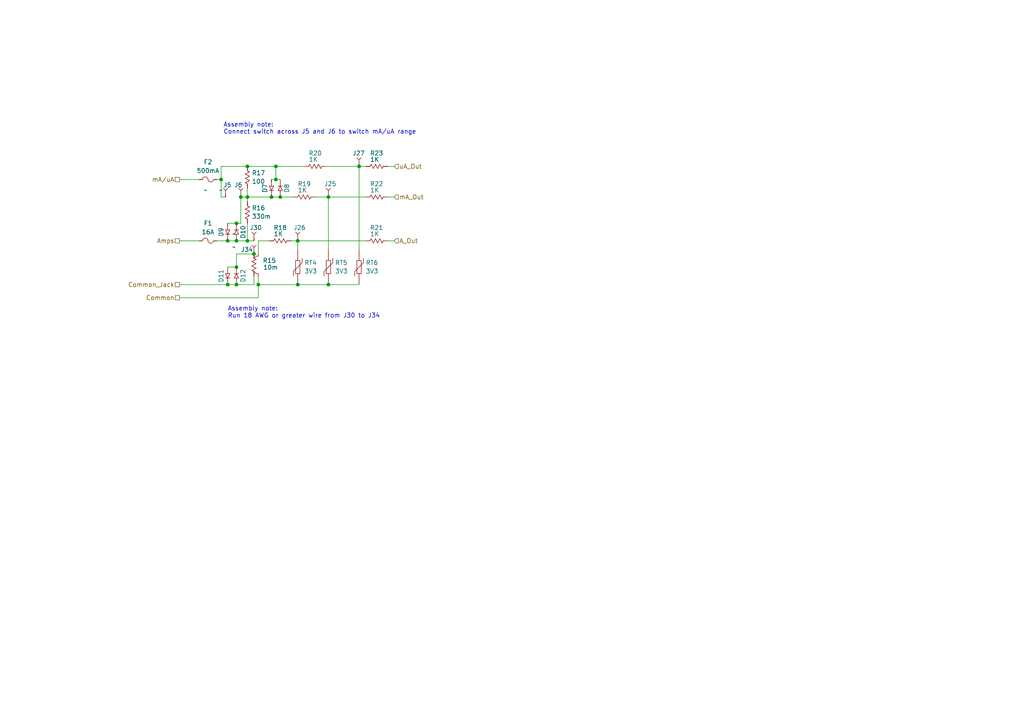
<source format=kicad_sch>
(kicad_sch (version 20231120) (generator "eeschema") (generator_version "8.0")
  (paper "A4")
  (lib_symbols
    (symbol "AADuffy:1N4007FL" (pin_names (offset 1.27))
      (property "Reference" "D" (at -2.54 1.27 0))
      (symbol "1N4007FL_0_1"
        (polyline (pts (xy -0.635 0) (xy -1.905 0)))
        (polyline (pts (xy 0.635 0) (xy 1.905 0)))
        (polyline (pts (xy 0.635 0.635) (xy 0.635 -0.635)))
        (polyline (pts (xy -0.635 0.635) (xy -0.635 -0.635) (xy 0.635 0) (xy -0.635 0.635)))
      )
      (symbol "1N4007FL_1_1"
        (pin passive line (at -2.54 0 0) (length 0.635) (name "A") (number "1"))
        (pin passive line (at 2.54 0 180) (length 0.635) (name "K") (number "2"))
      )
    )
    (symbol "AADuffy:4Pin_Resistor_2512"
      (property "Reference" "R" (at -2.54 0.9525 0))
      (symbol "4Pin_Resistor_2512_0_1"
        (polyline (pts (xy -3.81 -1.27) (xy -3.175 -1.27) (xy -3.175 -0.635) (xy -2.54 0)))
        (polyline (pts (xy 1.27 0) (xy 1.905 -0.635) (xy 1.905 -1.27) (xy 2.54 -1.27)))
        (polyline (pts (xy -2.54 0) (xy -2.2225 0.635) (xy -1.5875 -0.635) (xy -0.9525 0.635) (xy -0.3175 -0.635) (xy 0.3175 0.635) (xy 0.9525 -0.635) (xy 1.27 0) (xy 1.27 0)))
      )
      (symbol "4Pin_Resistor_2512_1_1"
        (pin passive line (at -3.81 0 0) (length 1.27) (name "1") (number "1"))
        (pin passive line (at 2.54 0 180) (length 1.27) (name "2") (number "2"))
        (pin passive line (at -3.81 -1.27 0) (length 0) (name "3") (number "3"))
        (pin passive line (at 2.54 -1.27 180) (length 0) (name "4") (number "4"))
      )
    )
    (symbol "AADuffy:FC-102_BRIGHT_TIN" (pin_numbers hide) (pin_names (offset 1.27) hide)
      (property "Reference" "F" (at -2.2225 1.27 0))
      (property "Value" "16A" (at -2.2225 -2.54 0))
      (symbol "FC-102_BRIGHT_TIN_0_1"
        (arc (start 0 0) (mid -0.7938 0.7785) (end -1.5875 0))
        (polyline (pts (xy -1.5875 0) (xy -1.905 0)))
        (polyline (pts (xy 1.905 0) (xy 1.5875 0)))
        (arc (start 0 0) (mid 0.7938 -0.7031) (end 1.5875 0))
      )
      (symbol "FC-102_BRIGHT_TIN_1_1"
        (pin passive line (at -2.54 0 0) (length 0.635) (name "1") (number "1"))
        (pin passive line (at 2.54 0 180) (length 0.635) (name "2") (number "2"))
      )
    )
    (symbol "AADuffy:Header_Pin_01x01" (pin_names (offset 1.27))
      (property "Reference" "J" (at 0.635 2.54 0))
      (symbol "Header_Pin_01x01_0_1"
        (polyline (pts (xy 0 1.905) (xy 0.635 2.54)))
        (polyline (pts (xy 0 0.635) (xy 0 1.905) (xy -0.635 2.54)))
      )
      (symbol "Header_Pin_01x01_1_1"
        (pin passive line (at 0 0 90) (length 0.635) (name "1") (number "1"))
      )
    )
    (symbol "AADuffy:MOV_0603" (pin_names (offset 1.27))
      (property "Reference" "RV" (at -3.175 1.905 0))
      (symbol "MOV_0603_0_1"
        (polyline (pts (xy -3.81 0) (xy -1.905 0)))
        (polyline (pts (xy 1.905 0) (xy 3.81 0)))
        (polyline (pts (xy -2.54 1.27) (xy -1.27 1.27) (xy 1.27 -1.27) (xy 2.54 -1.27)))
        (polyline (pts (xy -1.905 0.635) (xy -1.905 -0.635) (xy 1.905 -0.635) (xy 1.905 0.635) (xy -1.905 0.635)))
      )
      (symbol "MOV_0603_1_1"
        (pin passive line (at -5.08 0 0) (length 1.27) (name "1") (number "1"))
        (pin passive line (at 5.08 0 180) (length 1.27) (name "2") (number "2"))
      )
    )
    (symbol "AADuffy:Resistor"
      (property "Reference" "R" (at -2.54 0.9525 0))
      (symbol "Resistor_0_1"
        (polyline (pts (xy -2.54 0) (xy -2.2225 0.635) (xy -1.5875 -0.635) (xy -0.9525 0.635) (xy -0.3175 -0.635) (xy 0.3175 0.635) (xy 0.9525 -0.635) (xy 1.27 0) (xy 1.27 0)))
      )
      (symbol "Resistor_1_1"
        (pin passive line (at -3.81 0 0) (length 1.27) (name "1") (number "1"))
        (pin passive line (at 2.54 0 180) (length 1.27) (name "2") (number "2"))
      )
    )
    (symbol "AADuffy:Test_Point_Square_30mil" (pin_names (offset 1.27))
      (property "Reference" "J" (at 0.635 2.54 0))
      (symbol "Test_Point_Square_30mil_0_1"
        (polyline (pts (xy 0 1.905) (xy 0.635 2.54)))
        (polyline (pts (xy 0 0.635) (xy 0 1.905) (xy -0.635 2.54)))
      )
      (symbol "Test_Point_Square_30mil_1_1"
        (pin passive line (at 0 0 90) (length 0.635) (name "1") (number "1"))
      )
    )
  )
  (junction (at 74.93 82.55))
  (junction (at 71.755 57.15))
  (junction (at 104.14 48.26))
  (junction (at 86.36 82.55))
  (junction (at 73.66 73.66))
  (junction (at 68.58 69.85))
  (junction (at 80.01 48.26))
  (junction (at 81.28 57.15))
  (junction (at 64.135 52.07))
  (junction (at 66.04 69.85))
  (junction (at 66.04 82.55))
  (junction (at 68.58 64.77))
  (junction (at 95.25 82.55))
  (junction (at 78.74 57.15))
  (junction (at 71.755 69.85))
  (junction (at 71.755 48.26))
  (junction (at 80.01 52.07))
  (junction (at 69.85 57.15))
  (junction (at 95.25 57.15))
  (junction (at 86.36 69.85))
  (junction (at 68.58 77.47))
  (junction (at 68.58 82.55))
  (wire (pts (xy 80.01 48.26) (xy 80.01 52.07)))
  (wire (pts (xy 69.85 64.77) (xy 68.58 64.77)))
  (wire (pts (xy 62.865 69.85) (xy 66.04 69.85)))
  (wire (pts (xy 68.58 73.66) (xy 73.66 73.66)))
  (wire (pts (xy 95.25 82.55) (xy 104.14 82.55)))
  (wire (pts (xy 78.74 57.15) (xy 81.28 57.15)))
  (wire (pts (xy 73.66 82.55) (xy 73.66 80.01)))
  (wire (pts (xy 71.755 64.77) (xy 71.755 69.85)))
  (wire (pts (xy 52.07 86.36) (xy 74.93 86.36)))
  (wire (pts (xy 104.14 48.26) (xy 106.045 48.26)))
  (wire (pts (xy 112.395 69.85) (xy 114.3 69.85)))
  (wire (pts (xy 74.93 80.01) (xy 74.93 82.55)))
  (wire (pts (xy 64.135 57.15) (xy 65.405 57.15)))
  (wire (pts (xy 66.04 69.85) (xy 68.58 69.85)))
  (wire (pts (xy 64.135 48.26) (xy 64.135 52.07)))
  (wire (pts (xy 80.01 48.26) (xy 88.265 48.26)))
  (wire (pts (xy 71.755 57.15) (xy 71.755 58.42)))
  (wire (pts (xy 69.85 64.77) (xy 69.85 57.15)))
  (wire (pts (xy 66.04 82.55) (xy 68.58 82.55)))
  (wire (pts (xy 71.755 48.26) (xy 64.135 48.26)))
  (wire (pts (xy 68.58 69.85) (xy 71.755 69.85)))
  (wire (pts (xy 106.045 57.15) (xy 95.25 57.15)))
  (wire (pts (xy 114.3 57.15) (xy 112.395 57.15)))
  (wire (pts (xy 86.36 69.85) (xy 86.36 72.39)))
  (wire (pts (xy 86.36 69.85) (xy 106.045 69.85)))
  (wire (pts (xy 74.93 86.36) (xy 74.93 82.55)))
  (wire (pts (xy 68.58 77.47) (xy 68.58 73.66)))
  (wire (pts (xy 62.865 52.07) (xy 64.135 52.07)))
  (wire (pts (xy 71.755 69.85) (xy 73.66 69.85)))
  (wire (pts (xy 74.93 69.85) (xy 78.105 69.85)))
  (wire (pts (xy 69.85 57.15) (xy 71.755 57.15)))
  (wire (pts (xy 66.04 77.47) (xy 68.58 77.47)))
  (wire (pts (xy 104.14 48.26) (xy 104.14 72.39)))
  (wire (pts (xy 52.07 82.55) (xy 66.04 82.55)))
  (wire (pts (xy 74.93 82.55) (xy 86.36 82.55)))
  (wire (pts (xy 94.615 48.26) (xy 104.14 48.26)))
  (wire (pts (xy 81.28 57.15) (xy 85.09 57.15)))
  (wire (pts (xy 64.135 52.07) (xy 64.135 57.15)))
  (wire (pts (xy 74.93 69.85) (xy 74.93 73.66)))
  (wire (pts (xy 78.74 52.07) (xy 80.01 52.07)))
  (wire (pts (xy 71.755 54.61) (xy 71.755 57.15)))
  (wire (pts (xy 86.36 82.55) (xy 95.25 82.55)))
  (wire (pts (xy 66.04 64.77) (xy 68.58 64.77)))
  (wire (pts (xy 95.25 57.15) (xy 95.25 72.39)))
  (wire (pts (xy 91.44 57.15) (xy 95.25 57.15)))
  (wire (pts (xy 84.455 69.85) (xy 86.36 69.85)))
  (wire (pts (xy 52.07 52.07) (xy 57.785 52.07)))
  (wire (pts (xy 52.07 69.85) (xy 57.785 69.85)))
  (wire (pts (xy 80.01 52.07) (xy 81.28 52.07)))
  (wire (pts (xy 112.395 48.26) (xy 114.3 48.26)))
  (wire (pts (xy 71.755 48.26) (xy 80.01 48.26)))
  (wire (pts (xy 68.58 82.55) (xy 73.66 82.55)))
  (wire (pts (xy 71.755 57.15) (xy 78.74 57.15)))
  (text "Assembly note: \nRun 18 AWG or greater wire from J30 to J34" (at 66.04 88.9 0) (effects (font (size 1.27 1.27)) (justify left top)))
  (text "Assembly note:\nConnect switch across J5 and J6 to switch mA/uA range" (at 64.77 35.56 0) (effects (font (size 1.27 1.27)) (justify left top)))
  (hierarchical_label "mA_Out" (shape input) (at 114.3 57.15 0))
  (hierarchical_label "mA{slash}uA" (shape passive) (at 52.07 52.07 180))
  (hierarchical_label "Common" (shape passive) (at 52.07 86.36 180))
  (hierarchical_label "A_Out" (shape input) (at 114.3 69.85 0))
  (hierarchical_label "uA_Out" (shape input) (at 114.3 48.26 0))
  (hierarchical_label "Common_Jack" (shape passive) (at 52.07 82.55 180))
  (hierarchical_label "Amps" (shape passive) (at 52.07 69.85 180))
  (symbol (lib_id "AADuffy:Test_Point_Square_30mil") (at 95.25 57.15 0) (unit 1)
    (property "Reference" "J25" (at 93.98 53.34 0) (effects (justify left)))
    (property "Footprint" "AADuffy:Test_Pad_30x30mil" (effects (hide yes)))
    (property "Supplier 1" "Digikey" (effects (hide yes)))
  )
  (symbol (lib_id "AADuffy:Resistor") (at 109.855 69.85 0) (unit 1)
    (property "Reference" "R21" (at 109.22 66.04 0))
    (property "Value" "1K" (at 107.315 68.58 0) (effects (justify left bottom)))
    (property "Footprint" "AADuffy:Resistor_0603" (effects (hide yes)))
    (property "Supplier 1" "Digikey" (effects (hide yes)))
  )
  (symbol (lib_id "AADuffy:4Pin_Resistor_2512") (at 73.66 76.2 90) (unit 1)
    (property "Reference" "R15" (at 76.2 75.565 90) (effects (justify right)))
    (property "Value" "10m" (at 80.645 76.835 90) (effects (justify left bottom)))
    (property "Footprint" "AADuffy:Resistor_2512_4Pin" (effects (hide yes)))
    (property "Supplier 1" "Digikey" (effects (hide yes)))
  )
  (symbol (lib_id "AADuffy:FC-102_BRIGHT_TIN") (at 60.325 69.85 0) (unit 1)
    (property "Reference" "F1" (at 60.325 64.77 0))
    (property "Value" "16A" (at 60.325 67.31 0))
    (property "Footprint" "AADuffy:FC-102_BRIGHT_TIN" (effects (hide yes)))
    (property "Datasheet" "https://www.belfuse.com/resources/datasheets/circuitprotection/ds-cp-0672-fuse-clips-series.pdf" (effects (hide yes)))
    (property "Description" "1/4\" Fuse Holder THT clip" (effects (hide yes)))
    (property "Manufacturer Part #" "FC-102  BRIGHT TIN" (effects (hide yes)))
    (property "Manufacturer" "Bel Fuse" (effects (hide yes)))
    (property "Supplier 1" "Digikey" (effects (hide yes)))
    (property "Supplier 1 Part #" "507-FC-102BRIGHTTIN-ND" (effects (hide yes)))
    (property "Supplier 1 Link" "https://www.digikey.com/en/products/detail/bel-fuse-inc/FC-102-BRIGHT-TIN/622585" (effects (hide yes)))
  )
  (symbol (lib_id "AADuffy:Resistor") (at 109.855 57.15 0) (unit 1)
    (property "Reference" "R22" (at 109.22 53.34 0))
    (property "Value" "1K" (at 107.315 55.88 0) (effects (justify left bottom)))
    (property "Footprint" "AADuffy:Resistor_0603" (effects (hide yes)))
    (property "Supplier 1" "Digikey" (effects (hide yes)))
  )
  (symbol (lib_id "AADuffy:Resistor") (at 71.755 52.07 270) (unit 1)
    (property "Reference" "R17" (at 73.025 50.165 90) (effects (justify left)))
    (property "Value" "100" (at 73.025 53.34 90) (effects (justify left bottom)))
    (property "Footprint" "AADuffy:Resistor_1206" (effects (hide yes)))
    (property "Supplier 1" "Digikey" (effects (hide yes)))
  )
  (symbol (lib_id "AADuffy:Resistor") (at 92.075 48.26 0) (unit 1)
    (property "Reference" "R20" (at 91.44 44.45 0))
    (property "Value" "1K" (at 89.535 46.99 0) (effects (justify left bottom)))
    (property "Footprint" "AADuffy:Resistor_0603" (effects (hide yes)))
    (property "Supplier 1" "Digikey" (effects (hide yes)))
  )
  (symbol (lib_id "AADuffy:Header_Pin_01x01") (at 73.66 69.85 0) (unit 1)
    (property "Reference" "J30" (at 72.39 66.04 0) (effects (justify left)))
    (property "Value" "~" (at 67.31 68.58 0) (effects (justify left bottom)))
    (property "Footprint" "AADuffy:Header_Pin_01x01" (effects (hide yes)))
    (property "Supplier 1" "Digikey" (effects (hide yes)))
  )
  (symbol (lib_id "AADuffy:MOV_0603") (at 104.14 77.47 270) (unit 1)
    (property "Reference" "RT6" (at 106.045 76.2 90) (effects (justify left)))
    (property "Value" "3V3" (at 106.045 79.375 90) (effects (justify left bottom)))
    (property "Footprint" "AADuffy:MOV_0603" (effects (hide yes)))
    (property "Supplier 1" "Digikey" (effects (hide yes)))
  )
  (symbol (lib_id "AADuffy:1N4007FL") (at 78.74 54.61 270) (unit 1)
    (property "Reference" "D7" (at 76.835 54.61 0))
    (property "Value" "1N4007FL" (effects (hide yes)))
    (property "Footprint" "AADuffy:1N4007FL" (effects (hide yes)))
    (property "Datasheet" "https://www.smc-diodes.com/propdf/1N4001FL-1N4007FL%20N1646%20REV.A.pdf" (effects (hide yes)))
    (property "Description" "DIODE GEN PURP 1KV 1A SOD123FL" (effects (hide yes)))
    (property "Manufacturer Part #" "1N4007FL" (effects (hide yes)))
    (property "Manufacturer" "SMC" (effects (hide yes)))
    (property "Supplier 1" "Digikey" (effects (hide yes)))
    (property "Supplier 1 Part #" "1655-1N4007FLCT-ND" (effects (hide yes)))
    (property "Supplier 1 Link" "https://www.digikey.com/en/products/detail/smc-diode-solutions/1N4007FL/11657817" (effects (hide yes)))
  )
  (symbol (lib_id "AADuffy:Header_Pin_01x01") (at 65.405 57.15 0) (unit 1)
    (property "Reference" "J5" (at 64.77 53.6575 0) (effects (justify left)))
    (property "Value" "~" (at 59.055 55.88 0) (effects (justify left bottom)))
    (property "Footprint" "AADuffy:Header_Pin_01x01" (effects (hide yes)))
    (property "Supplier 1" "Digikey" (effects (hide yes)))
  )
  (symbol (lib_id "AADuffy:1N4007FL") (at 68.58 80.01 90) (unit 1)
    (property "Reference" "D12" (at 70.485 80.01 0))
    (property "Value" "1N4007FL" (effects (hide yes)))
    (property "Footprint" "AADuffy:1N4007FL" (effects (hide yes)))
    (property "Datasheet" "https://www.smc-diodes.com/propdf/1N4001FL-1N4007FL%20N1646%20REV.A.pdf" (effects (hide yes)))
    (property "Description" "DIODE GEN PURP 1KV 1A SOD123FL" (effects (hide yes)))
    (property "Manufacturer Part #" "1N4007FL" (effects (hide yes)))
    (property "Manufacturer" "SMC" (effects (hide yes)))
    (property "Supplier 1" "Digikey" (effects (hide yes)))
    (property "Supplier 1 Part #" "1655-1N4007FLCT-ND" (effects (hide yes)))
    (property "Supplier 1 Link" "https://www.digikey.com/en/products/detail/smc-diode-solutions/1N4007FL/11657817" (effects (hide yes)))
  )
  (symbol (lib_id "AADuffy:1N4007FL") (at 68.58 67.31 90) (unit 1)
    (property "Reference" "D10" (at 70.485 67.31 0))
    (property "Value" "1N4007FL" (effects (hide yes)))
    (property "Footprint" "AADuffy:1N4007FL" (effects (hide yes)))
    (property "Datasheet" "https://www.smc-diodes.com/propdf/1N4001FL-1N4007FL%20N1646%20REV.A.pdf" (effects (hide yes)))
    (property "Description" "DIODE GEN PURP 1KV 1A SOD123FL" (effects (hide yes)))
    (property "Manufacturer Part #" "1N4007FL" (effects (hide yes)))
    (property "Manufacturer" "SMC" (effects (hide yes)))
    (property "Supplier 1" "Digikey" (effects (hide yes)))
    (property "Supplier 1 Part #" "1655-1N4007FLCT-ND" (effects (hide yes)))
    (property "Supplier 1 Link" "https://www.digikey.com/en/products/detail/smc-diode-solutions/1N4007FL/11657817" (effects (hide yes)))
  )
  (symbol (lib_id "AADuffy:Resistor") (at 109.855 48.26 0) (unit 1)
    (property "Reference" "R23" (at 109.22 44.45 0))
    (property "Value" "1K" (at 107.315 46.99 0) (effects (justify left bottom)))
    (property "Footprint" "AADuffy:Resistor_0603" (effects (hide yes)))
    (property "Supplier 1" "Digikey" (effects (hide yes)))
  )
  (symbol (lib_id "AADuffy:1N4007FL") (at 66.04 80.01 270) (unit 1)
    (property "Reference" "D11" (at 64.135 80.01 0))
    (property "Value" "1N4007FL" (effects (hide yes)))
    (property "Footprint" "AADuffy:1N4007FL" (effects (hide yes)))
    (property "Datasheet" "https://www.smc-diodes.com/propdf/1N4001FL-1N4007FL%20N1646%20REV.A.pdf" (effects (hide yes)))
    (property "Description" "DIODE GEN PURP 1KV 1A SOD123FL" (effects (hide yes)))
    (property "Manufacturer Part #" "1N4007FL" (effects (hide yes)))
    (property "Manufacturer" "SMC" (effects (hide yes)))
    (property "Supplier 1" "Digikey" (effects (hide yes)))
    (property "Supplier 1 Part #" "1655-1N4007FLCT-ND" (effects (hide yes)))
    (property "Supplier 1 Link" "https://www.digikey.com/en/products/detail/smc-diode-solutions/1N4007FL/11657817" (effects (hide yes)))
  )
  (symbol (lib_id "AADuffy:1N4007FL") (at 81.28 54.61 90) (unit 1)
    (property "Reference" "D8" (at 83.185 54.61 0))
    (property "Value" "1N4007FL" (effects (hide yes)))
    (property "Footprint" "AADuffy:1N4007FL" (effects (hide yes)))
    (property "Datasheet" "https://www.smc-diodes.com/propdf/1N4001FL-1N4007FL%20N1646%20REV.A.pdf" (effects (hide yes)))
    (property "Description" "DIODE GEN PURP 1KV 1A SOD123FL" (effects (hide yes)))
    (property "Manufacturer Part #" "1N4007FL" (effects (hide yes)))
    (property "Manufacturer" "SMC" (effects (hide yes)))
    (property "Supplier 1" "Digikey" (effects (hide yes)))
    (property "Supplier 1 Part #" "1655-1N4007FLCT-ND" (effects (hide yes)))
    (property "Supplier 1 Link" "https://www.digikey.com/en/products/detail/smc-diode-solutions/1N4007FL/11657817" (effects (hide yes)))
  )
  (symbol (lib_id "AADuffy:1N4007FL") (at 66.04 67.31 270) (unit 1)
    (property "Reference" "D9" (at 64.135 67.31 0))
    (property "Value" "1N4007FL" (effects (hide yes)))
    (property "Footprint" "AADuffy:1N4007FL" (effects (hide yes)))
    (property "Datasheet" "https://www.smc-diodes.com/propdf/1N4001FL-1N4007FL%20N1646%20REV.A.pdf" (effects (hide yes)))
    (property "Description" "DIODE GEN PURP 1KV 1A SOD123FL" (effects (hide yes)))
    (property "Manufacturer Part #" "1N4007FL" (effects (hide yes)))
    (property "Manufacturer" "SMC" (effects (hide yes)))
    (property "Supplier 1" "Digikey" (effects (hide yes)))
    (property "Supplier 1 Part #" "1655-1N4007FLCT-ND" (effects (hide yes)))
    (property "Supplier 1 Link" "https://www.digikey.com/en/products/detail/smc-diode-solutions/1N4007FL/11657817" (effects (hide yes)))
  )
  (symbol (lib_id "AADuffy:Test_Point_Square_30mil") (at 104.14 48.26 0) (unit 1)
    (property "Reference" "J27" (at 102.235 44.45 0) (effects (justify left)))
    (property "Footprint" "AADuffy:Test_Pad_30x30mil" (effects (hide yes)))
    (property "Supplier 1" "Digikey" (effects (hide yes)))
  )
  (symbol (lib_id "AADuffy:Header_Pin_01x01") (at 73.66 73.66 0) (unit 1)
    (property "Reference" "J34" (at 69.85 72.39 0) (effects (justify left)))
    (property "Value" "~" (at 67.31 72.39 0) (effects (justify left bottom)))
    (property "Footprint" "AADuffy:Header_Pin_01x01" (effects (hide yes)))
    (property "Supplier 1" "Digikey" (effects (hide yes)))
  )
  (symbol (lib_id "AADuffy:Resistor") (at 81.915 69.85 0) (unit 1)
    (property "Reference" "R18" (at 81.28 66.04 0))
    (property "Value" "1K" (at 79.375 68.58 0) (effects (justify left bottom)))
    (property "Footprint" "AADuffy:Resistor_0603" (effects (hide yes)))
    (property "Supplier 1" "Digikey" (effects (hide yes)))
  )
  (symbol (lib_id "AADuffy:Test_Point_Square_30mil") (at 86.36 69.85 0) (unit 1)
    (property "Reference" "J26" (at 85.09 66.04 0) (effects (justify left)))
    (property "Footprint" "AADuffy:Test_Pad_30x30mil" (effects (hide yes)))
    (property "Supplier 1" "Digikey" (effects (hide yes)))
  )
  (symbol (lib_id "AADuffy:Header_Pin_01x01") (at 69.85 57.15 0) (unit 1)
    (property "Reference" "J6" (at 67.945 53.6575 0) (effects (justify left)))
    (property "Value" "~" (at 63.5 55.88 0) (effects (justify left bottom)))
    (property "Footprint" "AADuffy:Header_Pin_01x01" (effects (hide yes)))
    (property "Supplier 1" "Digikey" (effects (hide yes)))
  )
  (symbol (lib_id "AADuffy:Resistor") (at 71.755 62.23 270) (unit 1)
    (property "Reference" "R16" (at 73.025 60.325 90) (effects (justify left)))
    (property "Value" "330m" (at 73.025 63.5 90) (effects (justify left bottom)))
    (property "Footprint" "AADuffy:Resistor_1206" (effects (hide yes)))
    (property "Supplier 1" "Digikey" (effects (hide yes)))
  )
  (symbol (lib_id "AADuffy:MOV_0603") (at 86.36 77.47 270) (unit 1)
    (property "Reference" "RT4" (at 88.265 76.2 90) (effects (justify left)))
    (property "Value" "3V3" (at 88.265 79.375 90) (effects (justify left bottom)))
    (property "Footprint" "AADuffy:MOV_0603" (effects (hide yes)))
    (property "Supplier 1" "Digikey" (effects (hide yes)))
  )
  (symbol (lib_id "AADuffy:FC-102_BRIGHT_TIN") (at 60.325 52.07 0) (unit 1)
    (property "Reference" "F2" (at 60.325 46.99 0))
    (property "Value" "500mA" (at 60.325 49.53 0))
    (property "Footprint" "AADuffy:FC-102_BRIGHT_TIN" (effects (hide yes)))
    (property "Datasheet" "https://www.belfuse.com/resources/datasheets/circuitprotection/ds-cp-0672-fuse-clips-series.pdf" (effects (hide yes)))
    (property "Description" "1/4\" Fuse Holder THT clip" (effects (hide yes)))
    (property "Manufacturer Part #" "FC-102  BRIGHT TIN" (effects (hide yes)))
    (property "Manufacturer" "Bel Fuse" (effects (hide yes)))
    (property "Supplier 1" "Digikey" (effects (hide yes)))
    (property "Supplier 1 Part #" "507-FC-102BRIGHTTIN-ND" (effects (hide yes)))
    (property "Supplier 1 Link" "https://www.digikey.com/en/products/detail/bel-fuse-inc/FC-102-BRIGHT-TIN/622585" (effects (hide yes)))
  )
  (symbol (lib_id "AADuffy:Resistor") (at 88.9 57.15 0) (unit 1)
    (property "Reference" "R19" (at 88.265 53.34 0))
    (property "Value" "1K" (at 86.36 55.88 0) (effects (justify left bottom)))
    (property "Footprint" "AADuffy:Resistor_0603" (effects (hide yes)))
    (property "Supplier 1" "Digikey" (effects (hide yes)))
  )
  (symbol (lib_id "AADuffy:MOV_0603") (at 95.25 77.47 270) (unit 1)
    (property "Reference" "RT5" (at 97.155 76.2 90) (effects (justify left)))
    (property "Value" "3V3" (at 97.155 79.375 90) (effects (justify left bottom)))
    (property "Footprint" "AADuffy:MOV_0603" (effects (hide yes)))
    (property "Supplier 1" "Digikey" (effects (hide yes)))
  )
)
</source>
